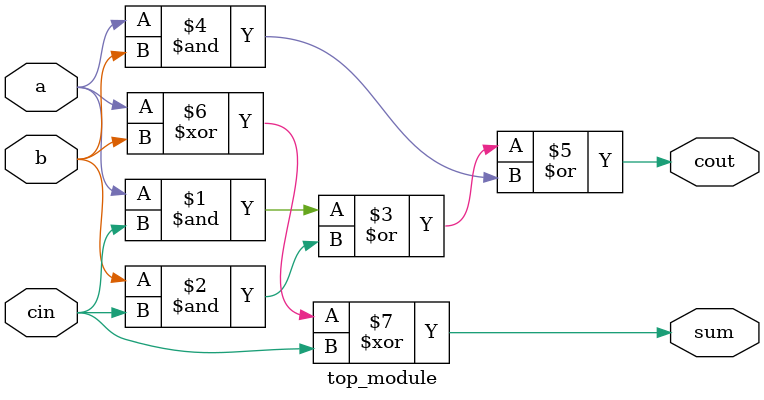
<source format=v>
module top_module( 
    input a, b, cin,
    output cout, sum );
assign cout = a&cin | b & cin | a&b;
assign sum = a ^ b ^ cin;
endmodule
</source>
